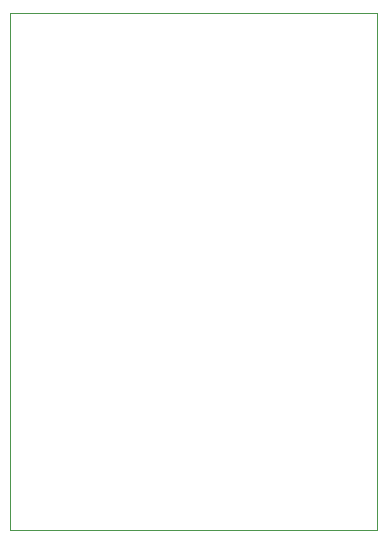
<source format=gm1>
G04 #@! TF.GenerationSoftware,KiCad,Pcbnew,6.0.2+dfsg-1*
G04 #@! TF.CreationDate,2023-04-26T20:37:38-05:00*
G04 #@! TF.ProjectId,dac-attack,6461632d-6174-4746-9163-6b2e6b696361,2023a*
G04 #@! TF.SameCoordinates,Original*
G04 #@! TF.FileFunction,Profile,NP*
%FSLAX46Y46*%
G04 Gerber Fmt 4.6, Leading zero omitted, Abs format (unit mm)*
G04 Created by KiCad (PCBNEW 6.0.2+dfsg-1) date 2023-04-26 20:37:38*
%MOMM*%
%LPD*%
G01*
G04 APERTURE LIST*
G04 #@! TA.AperFunction,Profile*
%ADD10C,0.100000*%
G04 #@! TD*
G04 APERTURE END LIST*
D10*
X103505000Y-72390000D02*
X103505000Y-116205000D01*
X72390000Y-72390000D02*
X103505000Y-72390000D01*
X103505000Y-116205000D02*
X72390000Y-116205000D01*
X72390000Y-116205000D02*
X72390000Y-72390000D01*
M02*

</source>
